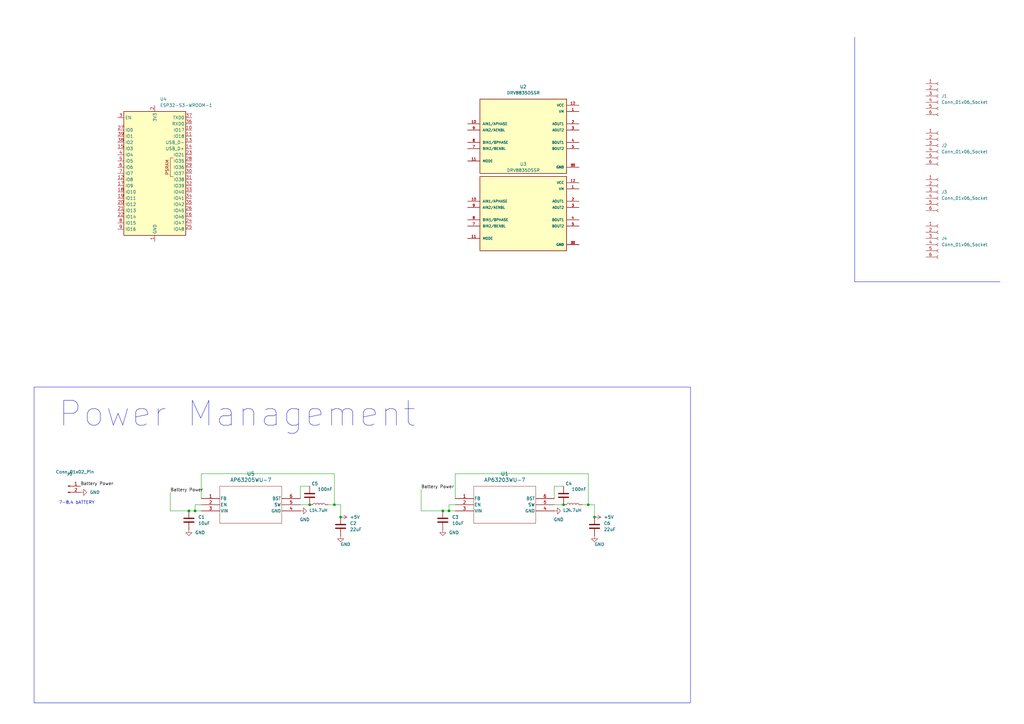
<source format=kicad_sch>
(kicad_sch (version 20250114) (generator "eeschema") (generator_version "9.0")
  (paper "A3")
  (lib_symbols
    (symbol "2025-09-22_21-52-11:AP63205WU-7" (pin_names (offset 0.254))
      (property "Reference" "U" (at 20.32 10.16 0))
      (property "Value" "AP63205WU-7" (at 20.32 7.62 0))
      (symbol "AP63205WU-7_0_1"
        (polyline (pts (xy 7.62 5.08) (xy 7.62 -10.16)) (stroke (width 0.127)))
        (polyline (pts (xy 7.62 -10.16) (xy 33.02 -10.16)) (stroke (width 0.127)))
        (polyline (pts (xy 33.02 5.08) (xy 7.62 5.08)) (stroke (width 0.127)))
        (polyline (pts (xy 33.02 -10.16) (xy 33.02 5.08)) (stroke (width 0.127)))
        (pin unspecified line (at 0 0 0) (length 7.62) (name "FB") (number "1"))
        (pin unspecified line (at 0 -2.54 0) (length 7.62) (name "EN") (number "2"))
        (pin unspecified line (at 0 -5.08 0) (length 7.62) (name "VIN") (number "3"))
        (pin unspecified line (at 40.64 0 180) (length 7.62) (name "BST") (number "6"))
        (pin unspecified line (at 40.64 -2.54 180) (length 7.62) (name "SW") (number "5"))
        (pin power_out line (at 40.64 -5.08 180) (length 7.62) (name "GND") (number "4"))
      )
    )
    (symbol "2025-09-22_22-02-52:AP63203WU-7" (pin_names (offset 0.254))
      (property "Reference" "U" (at 20.32 10.16 0))
      (property "Value" "AP63203WU-7" (at 20.32 7.62 0))
      (symbol "AP63203WU-7_0_1"
        (polyline (pts (xy 7.62 5.08) (xy 7.62 -10.16)) (stroke (width 0.127)))
        (polyline (pts (xy 7.62 -10.16) (xy 33.02 -10.16)) (stroke (width 0.127)))
        (polyline (pts (xy 33.02 5.08) (xy 7.62 5.08)) (stroke (width 0.127)))
        (polyline (pts (xy 33.02 -10.16) (xy 33.02 5.08)) (stroke (width 0.127)))
        (pin output line (at 0 0 0) (length 7.62) (name "FB") (number "1"))
        (pin input line (at 0 -2.54 0) (length 7.62) (name "EN") (number "2"))
        (pin power_in line (at 0 -5.08 0) (length 7.62) (name "VIN") (number "3"))
        (pin input line (at 40.64 0 180) (length 7.62) (name "BST") (number "6"))
        (pin output line (at 40.64 -2.54 180) (length 7.62) (name "SW") (number "5"))
        (pin power_out line (at 40.64 -5.08 180) (length 7.62) (name "GND") (number "4"))
      )
    )
    (symbol "Connector:Conn_01x02_Pin" (pin_names (offset 1.016) (hide yes))
      (property "Reference" "J" (at 0 2.54 0))
      (property "Value" "Conn_01x02_Pin" (at 0 -5.08 0))
      (symbol "Conn_01x02_Pin_1_1"
        (rectangle (start 0.8636 0.127) (end 0 -0.127) (stroke (width 0.1524)) (fill (type outline)))
        (rectangle (start 0.8636 -2.413) (end 0 -2.667) (stroke (width 0.1524)) (fill (type outline)))
        (polyline (pts (xy 1.27 0) (xy 0.8636 0)) (stroke (width 0.1524)))
        (polyline (pts (xy 1.27 -2.54) (xy 0.8636 -2.54)) (stroke (width 0.1524)))
        (pin passive line (at 5.08 0 180) (length 3.81) (name "Pin_1") (number "1"))
        (pin passive line (at 5.08 -2.54 180) (length 3.81) (name "Pin_2") (number "2"))
      )
    )
    (symbol "Connector:Conn_01x06_Socket" (pin_names (offset 1.016) (hide yes))
      (property "Reference" "J" (at 0 7.62 0))
      (property "Value" "Conn_01x06_Socket" (at 0 -10.16 0))
      (symbol "Conn_01x06_Socket_1_1"
        (polyline (pts (xy -1.27 5.08) (xy -0.508 5.08)) (stroke (width 0.1524)))
        (polyline (pts (xy -1.27 2.54) (xy -0.508 2.54)) (stroke (width 0.1524)))
        (polyline (pts (xy -1.27 0) (xy -0.508 0)) (stroke (width 0.1524)))
        (polyline (pts (xy -1.27 -2.54) (xy -0.508 -2.54)) (stroke (width 0.1524)))
        (polyline (pts (xy -1.27 -5.08) (xy -0.508 -5.08)) (stroke (width 0.1524)))
        (polyline (pts (xy -1.27 -7.62) (xy -0.508 -7.62)) (stroke (width 0.1524)))
        (arc (start 0 4.572) (mid -0.5058 5.08) (end 0 5.588) (stroke (width 0.1524)))
        (arc (start 0 2.032) (mid -0.5058 2.54) (end 0 3.048) (stroke (width 0.1524)))
        (arc (start 0 -0.508) (mid -0.5058 0) (end 0 0.508) (stroke (width 0.1524)))
        (arc (start 0 -3.048) (mid -0.5058 -2.54) (end 0 -2.032) (stroke (width 0.1524)))
        (arc (start 0 -5.588) (mid -0.5058 -5.08) (end 0 -4.572) (stroke (width 0.1524)))
        (arc (start 0 -8.128) (mid -0.5058 -7.62) (end 0 -7.112) (stroke (width 0.1524)))
        (pin passive line (at -5.08 5.08 0) (length 3.81) (name "Pin_1") (number "1"))
        (pin passive line (at -5.08 2.54 0) (length 3.81) (name "Pin_2") (number "2"))
        (pin passive line (at -5.08 0 0) (length 3.81) (name "Pin_3") (number "3"))
        (pin passive line (at -5.08 -2.54 0) (length 3.81) (name "Pin_4") (number "4"))
        (pin passive line (at -5.08 -5.08 0) (length 3.81) (name "Pin_5") (number "5"))
        (pin passive line (at -5.08 -7.62 0) (length 3.81) (name "Pin_6") (number "6"))
      )
    )
    (symbol "DRV8835DSSR:DRV8835DSSR" (pin_names (offset 1.016))
      (property "Reference" "U" (at -17.78 15.748 0))
      (property "Value" "DRV8835DSSR" (at -17.78 -17.78 0))
      (symbol "DRV8835DSSR_0_0"
        (rectangle (start -17.78 -15.24) (end 17.78 15.24) (stroke (width 0.254)) (fill (type background)))
        (pin input line (at -22.86 5.08 0) (length 5.08) (name "AIN1/APHASE") (number "10"))
        (pin input line (at -22.86 2.54 0) (length 5.08) (name "AIN2/AENBL") (number "9"))
        (pin input line (at -22.86 -2.54 0) (length 5.08) (name "BIN1/BPHASE") (number "8"))
        (pin input line (at -22.86 -5.08 0) (length 5.08) (name "BIN2/BENBL") (number "7"))
        (pin input line (at -22.86 -10.16 0) (length 5.08) (name "MODE") (number "11"))
        (pin power_in line (at 22.86 12.7 180) (length 5.08) (name "VCC") (number "12"))
        (pin power_in line (at 22.86 10.16 180) (length 5.08) (name "VM") (number "1"))
        (pin output line (at 22.86 5.08 180) (length 5.08) (name "AOUT1") (number "2"))
        (pin output line (at 22.86 2.54 180) (length 5.08) (name "AOUT2") (number "3"))
        (pin output line (at 22.86 -2.54 180) (length 5.08) (name "BOUT1") (number "4"))
        (pin output line (at 22.86 -5.08 180) (length 5.08) (name "BOUT2") (number "5"))
        (pin power_in line (at 22.86 -12.7 180) (length 5.08) (name "GND") (number "13"))
        (pin power_in line (at 22.86 -12.7 180) (length 5.08) (name "GND") (number "6"))
      )
    )
    (symbol "Device:C" (pin_numbers (hide yes)) (pin_names (offset 0.254))
      (property "Reference" "C" (at 0.635 2.54 0))
      (property "Value" "C" (at 0.635 -2.54 0))
      (symbol "C_0_1"
        (polyline (pts (xy -2.032 0.762) (xy 2.032 0.762)) (stroke (width 0.508)))
        (polyline (pts (xy -2.032 -0.762) (xy 2.032 -0.762)) (stroke (width 0.508)))
      )
      (symbol "C_1_1"
        (pin passive line (at 0 3.81 270) (length 2.794) (name "~") (number "1"))
        (pin passive line (at 0 -3.81 90) (length 2.794) (name "~") (number "2"))
      )
    )
    (symbol "Device:L" (pin_numbers (hide yes)) (pin_names (offset 1.016) (hide yes))
      (property "Reference" "L" (at -1.27 0 90))
      (property "Value" "L" (at 1.905 0 90))
      (symbol "L_0_1"
        (arc (start 0 2.54) (mid 0.6323 1.905) (end 0 1.27))
        (arc (start 0 1.27) (mid 0.6323 0.635) (end 0 0))
        (arc (start 0 0) (mid 0.6323 -0.635) (end 0 -1.27))
        (arc (start 0 -1.27) (mid 0.6323 -1.905) (end 0 -2.54))
      )
      (symbol "L_1_1"
        (pin passive line (at 0 3.81 270) (length 1.27) (name "1") (number "1"))
        (pin passive line (at 0 -3.81 90) (length 1.27) (name "2") (number "2"))
      )
    )
    (symbol "RF_Module:ESP32-S3-WROOM-1"
      (property "Reference" "U" (at -12.7 26.67 0))
      (property "Value" "ESP32-S3-WROOM-1" (at 12.7 26.67 0))
      (symbol "ESP32-S3-WROOM-1_0_0"
        (rectangle (start -12.7 25.4) (end 12.7 -25.4) (stroke (width 0.254)) (fill (type background)))
        (text "PSRAM" (at 5.08 2.54 900) (effects (font (size 1.27 1.27))))
      )
      (symbol "ESP32-S3-WROOM-1_0_1"
        (polyline (pts (xy 7.62 -1.27) (xy 6.35 -1.27) (xy 6.35 6.35) (xy 7.62 6.35)))
      )
      (symbol "ESP32-S3-WROOM-1_1_1"
        (pin input line (at -15.24 22.86 0) (length 2.54) (name "EN") (number "3"))
        (pin bidirectional line (at -15.24 17.78 0) (length 2.54) (name "IO0") (number "27"))
        (pin bidirectional line (at -15.24 15.24 0) (length 2.54) (name "IO1") (number "39"))
        (pin bidirectional line (at -15.24 12.7 0) (length 2.54) (name "IO2") (number "38"))
        (pin bidirectional line (at -15.24 10.16 0) (length 2.54) (name "IO3") (number "15"))
        (pin bidirectional line (at -15.24 7.62 0) (length 2.54) (name "IO4") (number "4"))
        (pin bidirectional line (at -15.24 5.08 0) (length 2.54) (name "IO5") (number "5"))
        (pin bidirectional line (at -15.24 2.54 0) (length 2.54) (name "IO6") (number "6"))
        (pin bidirectional line (at -15.24 0 0) (length 2.54) (name "IO7") (number "7"))
        (pin bidirectional line (at -15.24 -2.54 0) (length 2.54) (name "IO8") (number "12"))
        (pin bidirectional line (at -15.24 -5.08 0) (length 2.54) (name "IO9") (number "17"))
        (pin bidirectional line (at -15.24 -7.62 0) (length 2.54) (name "IO10") (number "18"))
        (pin bidirectional line (at -15.24 -10.16 0) (length 2.54) (name "IO11") (number "19"))
        (pin bidirectional line (at -15.24 -12.7 0) (length 2.54) (name "IO12") (number "20"))
        (pin bidirectional line (at -15.24 -15.24 0) (length 2.54) (name "IO13") (number "21"))
        (pin bidirectional line (at -15.24 -17.78 0) (length 2.54) (name "IO14") (number "22"))
        (pin bidirectional line (at -15.24 -20.32 0) (length 2.54) (name "IO15") (number "8"))
        (pin bidirectional line (at -15.24 -22.86 0) (length 2.54) (name "IO16") (number "9"))
        (pin power_in line (at 0 27.94 270) (length 2.54) (name "3V3") (number "2"))
        (pin power_in line (at 0 -27.94 90) (length 2.54) (name "GND") (number "1"))
        (pin passive line (at 0 -27.94 90) (length 2.54) (hide yes) (name "GND") (number "40"))
        (pin passive line (at 0 -27.94 90) (length 2.54) (hide yes) (name "GND") (number "41"))
        (pin bidirectional line (at 15.24 22.86 180) (length 2.54) (name "TXD0") (number "37"))
        (pin bidirectional line (at 15.24 20.32 180) (length 2.54) (name "RXD0") (number "36"))
        (pin bidirectional line (at 15.24 17.78 180) (length 2.54) (name "IO17") (number "10"))
        (pin bidirectional line (at 15.24 15.24 180) (length 2.54) (name "IO18") (number "11"))
        (pin bidirectional line (at 15.24 12.7 180) (length 2.54) (name "USB_D-") (number "13"))
        (pin bidirectional line (at 15.24 10.16 180) (length 2.54) (name "USB_D+") (number "14"))
        (pin bidirectional line (at 15.24 7.62 180) (length 2.54) (name "IO21") (number "23"))
        (pin bidirectional line (at 15.24 5.08 180) (length 2.54) (name "IO35") (number "28"))
        (pin bidirectional line (at 15.24 2.54 180) (length 2.54) (name "IO36") (number "29"))
        (pin bidirectional line (at 15.24 0 180) (length 2.54) (name "IO37") (number "30"))
        (pin bidirectional line (at 15.24 -2.54 180) (length 2.54) (name "IO38") (number "31"))
        (pin bidirectional line (at 15.24 -5.08 180) (length 2.54) (name "IO39") (number "32"))
        (pin bidirectional line (at 15.24 -7.62 180) (length 2.54) (name "IO40") (number "33"))
        (pin bidirectional line (at 15.24 -10.16 180) (length 2.54) (name "IO41") (number "34"))
        (pin bidirectional line (at 15.24 -12.7 180) (length 2.54) (name "IO42") (number "35"))
        (pin bidirectional line (at 15.24 -15.24 180) (length 2.54) (name "IO45") (number "26"))
        (pin bidirectional line (at 15.24 -17.78 180) (length 2.54) (name "IO46") (number "16"))
        (pin bidirectional line (at 15.24 -20.32 180) (length 2.54) (name "IO47") (number "24"))
        (pin bidirectional line (at 15.24 -22.86 180) (length 2.54) (name "IO48") (number "25"))
      )
    )
    (symbol "power:+3.3V" (power) (pin_numbers (hide yes)) (pin_names (offset 0) (hide yes))
      (property "Value" "+3.3V" (at 0 3.556 0))
      (symbol "+3.3V_0_1"
        (polyline (pts (xy -0.762 1.27) (xy 0 2.54)))
        (polyline (pts (xy 0 2.54) (xy 0.762 1.27)))
        (polyline (pts (xy 0 0) (xy 0 2.54)))
      )
      (symbol "+3.3V_1_1"
        (pin power_in line (at 0 0 90) (length 0) (name "~") (number "1"))
      )
    )
    (symbol "power:GND" (power) (pin_numbers (hide yes)) (pin_names (offset 0) (hide yes))
      (property "Value" "GND" (at 0 -3.81 0))
      (symbol "GND_0_1"
        (polyline (pts (xy 0 0) (xy 0 -1.27) (xy 1.27 -1.27) (xy 0 -2.54) (xy -1.27 -1.27) (xy 0 -1.27)))
      )
      (symbol "GND_1_1"
        (pin power_in line (at 0 0 270) (length 0) (name "~") (number "1"))
      )
    )
  )
  (rectangle (start 13.97 158.75) (end 283.21 288.29))
  (text "7-8.4 bATTERY" (at 31.496 206.248 0) (effects (font (size 1.27 1.27))))
  (text "Power Management\n" (at 97.282 169.926 0) (effects (font (size 10.16 10.16))))
  (junction (at 137.16 207.01))
  (junction (at 241.3 207.01))
  (junction (at 80.01 209.55))
  (junction (at 181.61 209.55))
  (junction (at 139.7 212.09))
  (junction (at 231.14 207.01))
  (junction (at 184.15 209.55))
  (junction (at 77.47 209.55))
  (junction (at 243.84 212.09))
  (junction (at 127 207.01))
  (wire (pts (xy 243.84 212.09) (xy 243.84 207.01)))
  (wire (pts (xy 139.7 207.01) (xy 137.16 207.01)))
  (wire (pts (xy 77.47 209.55) (xy 80.01 209.55)))
  (wire (pts (xy 123.19 199.39) (xy 127 199.39)))
  (wire (pts (xy 227.33 204.47) (xy 227.33 199.39)))
  (wire (pts (xy 243.84 207.01) (xy 241.3 207.01)))
  (wire (pts (xy 227.33 199.39) (xy 231.14 199.39)))
  (polyline (pts (xy 350.52 115.57) (xy 410.21 115.57)))
  (wire (pts (xy 69.85 201.93) (xy 69.85 209.55)))
  (wire (pts (xy 172.72 200.66) (xy 172.72 209.55)))
  (wire (pts (xy 181.61 209.55) (xy 184.15 209.55)))
  (wire (pts (xy 80.01 209.55) (xy 82.55 209.55)))
  (wire (pts (xy 80.01 207.01) (xy 80.01 209.55)))
  (wire (pts (xy 137.16 207.01) (xy 134.62 207.01)))
  (wire (pts (xy 184.15 209.55) (xy 186.69 209.55)))
  (wire (pts (xy 186.69 207.01) (xy 184.15 207.01)))
  (wire (pts (xy 231.14 207.01) (xy 227.33 207.01)))
  (wire (pts (xy 69.85 209.55) (xy 77.47 209.55)))
  (wire (pts (xy 184.15 207.01) (xy 184.15 209.55)))
  (wire (pts (xy 123.19 204.47) (xy 123.19 199.39)))
  (wire (pts (xy 186.69 204.47) (xy 186.69 194.31)))
  (wire (pts (xy 139.7 212.09) (xy 139.7 207.01)))
  (wire (pts (xy 186.69 194.31) (xy 241.3 194.31)))
  (wire (pts (xy 82.55 194.31) (xy 137.16 194.31)))
  (wire (pts (xy 127 207.01) (xy 123.19 207.01)))
  (wire (pts (xy 137.16 194.31) (xy 137.16 207.01)))
  (wire (pts (xy 82.55 207.01) (xy 80.01 207.01)))
  (wire (pts (xy 82.55 204.47) (xy 82.55 194.31)))
  (polyline (pts (xy 350.52 15.24) (xy 350.52 115.57)))
  (wire (pts (xy 241.3 194.31) (xy 241.3 207.01)))
  (wire (pts (xy 241.3 207.01) (xy 238.76 207.01)))
  (wire (pts (xy 172.72 209.55) (xy 181.61 209.55)))
  (label "Battery Power" (at 69.85 201.93 0))
  (label "" (at 33.02 199.39 0))
  (label "Battery Power" (at 33.02 199.39 0))
  (label "Battery Power" (at 172.72 200.66 0))
  (symbol (lib_id "Device:C") (at 231.14 203.2 180) (unit 1)
    (property "Reference" "C4" (at 231.902 198.374 0) (effects (justify right)))
    (property "Value" "100nF" (at 234.442 200.66 0) (effects (justify right)))
    (property "Description" "Unpolarized capacitor" (effects (hide yes)))
  )
  (symbol (lib_id "Device:C") (at 243.84 215.9 0) (unit 1)
    (property "Reference" "C6" (at 247.65 214.6299 0) (effects (justify left)))
    (property "Value" "22uF" (at 247.65 217.1699 0) (effects (justify left)))
    (property "Description" "Unpolarized capacitor" (effects (hide yes)))
  )
  (symbol (lib_id "RF_Module:ESP32-S3-WROOM-1") (at 63.5 71.12 0) (unit 1)
    (property "Reference" "U4" (at 65.6433 40.64 0) (effects (justify left)))
    (property "Value" "ESP32-S3-WROOM-1" (at 65.6433 43.18 0) (effects (justify left)))
    (property "Footprint" "RF_Module:ESP32-S3-WROOM-1" (effects (hide yes)))
    (property "Datasheet" "https://www.espressif.com/sites/default/files/documentation/esp32-s3-wroom-1_wroom-1u_datasheet_en.pdf" (effects (hide yes)))
    (property "Description" "RF Module, ESP32-S3 SoC, Wi-Fi 802.11b/g/n, Bluetooth, BLE, 32-bit, 3.3V, onboard antenna, SMD" (effects (hide yes)))
  )
  (symbol (lib_id "Device:L") (at 234.95 207.01 90) (unit 1)
    (property "Reference" "L2" (at 232.156 209.296 90))
    (property "Value" "4.7uH" (at 235.712 209.296 90))
    (property "Description" "Inductor" (effects (hide yes)))
  )
  (symbol (lib_id "Connector:Conn_01x06_Socket") (at 384.81 39.37 0) (unit 1)
    (property "Reference" "J1" (at 386.08 39.3699 0) (effects (justify left)))
    (property "Value" "Conn_01x06_Socket" (at 386.08 41.9099 0) (effects (justify left)))
    (property "Description" "Generic connector, single row, 01x06, script generated" (effects (hide yes)))
  )
  (symbol (lib_id "Connector:Conn_01x02_Pin") (at 27.94 199.39 0) (unit 1)
    (property "Reference" "J5" (at 28.575 194.31 0))
    (property "Value" "Conn_01x02_Pin" (at 30.734 193.548 0))
    (property "Description" "Generic connector, single row, 01x02, script generated" (effects (hide yes)))
  )
  (symbol (lib_id "power:GND") (at 33.02 201.93 90) (unit 1)
    (property "Reference" "#PWR05" (effects (hide yes)))
    (property "Value" "GND" (at 36.83 201.9299 90) (effects (justify right)))
    (property "Description" "Power symbol creates a global label with name \"GND\" , ground" (effects (hide yes)))
  )
  (symbol (lib_id "power:GND") (at 243.84 219.71 0) (unit 1)
    (property "Reference" "#PWR09" (effects (hide yes)))
    (property "Value" "GND" (at 247.904 223.266 0) (effects (justify right)))
    (property "Description" "Power symbol creates a global label with name \"GND\" , ground" (effects (hide yes)))
  )
  (symbol (lib_id "power:+3.3V") (at 243.84 212.09 270) (unit 1)
    (property "Reference" "#PWR08" (effects (hide yes)))
    (property "Value" "+5V" (at 247.65 212.0899 90) (effects (justify left)))
    (property "Description" "Power symbol creates a global label with name \"+3.3V\"" (effects (hide yes)))
  )
  (symbol (lib_id "power:GND") (at 139.7 219.71 0) (unit 1)
    (property "Reference" "#PWR03" (effects (hide yes)))
    (property "Value" "GND" (at 143.764 223.266 0) (effects (justify right)))
    (property "Description" "Power symbol creates a global label with name \"GND\" , ground" (effects (hide yes)))
  )
  (symbol (lib_id "Device:L") (at 130.81 207.01 90) (unit 1)
    (property "Reference" "L1" (at 128.016 209.296 90))
    (property "Value" "4.7uH" (at 131.572 209.296 90))
    (property "Description" "Inductor" (effects (hide yes)))
  )
  (symbol (lib_id "2025-09-22_22-02-52:AP63203WU-7") (at 186.69 204.47 0) (unit 1)
    (property "Reference" "U1" (at 207.01 194.31 0) (effects (font (size 1.524 1.524))))
    (property "Value" "AP63203WU-7" (at 207.01 196.85 0) (effects (font (size 1.524 1.524))))
    (property "Footprint" "AP63203WU-7_DIO" (effects (hide yes)))
    (property "Datasheet" "AP63203WU-7" (effects (hide yes)))
  )
  (symbol (lib_id "Connector:Conn_01x06_Socket") (at 384.81 78.74 0) (unit 1)
    (property "Reference" "J3" (at 386.08 78.7399 0) (effects (justify left)))
    (property "Value" "Conn_01x06_Socket" (at 386.08 81.2799 0) (effects (justify left)))
    (property "Description" "Generic connector, single row, 01x06, script generated" (effects (hide yes)))
  )
  (symbol (lib_id "Device:C") (at 139.7 215.9 0) (unit 1)
    (property "Reference" "C2" (at 143.51 214.6299 0) (effects (justify left)))
    (property "Value" "22uF" (at 143.51 217.1699 0) (effects (justify left)))
    (property "Description" "Unpolarized capacitor" (effects (hide yes)))
  )
  (symbol (lib_id "power:GND") (at 123.19 209.55 90) (unit 1)
    (property "Reference" "#PWR02" (effects (hide yes)))
    (property "Value" "GND" (at 122.936 213.106 90) (effects (justify right)))
    (property "Description" "Power symbol creates a global label with name \"GND\" , ground" (effects (hide yes)))
  )
  (symbol (lib_id "power:GND") (at 77.47 217.17 0) (unit 1)
    (property "Reference" "#PWR01" (effects (hide yes)))
    (property "Value" "GND" (at 80.01 218.4399 0) (effects (justify left)))
    (property "Description" "Power symbol creates a global label with name \"GND\" , ground" (effects (hide yes)))
  )
  (symbol (lib_id "power:GND") (at 181.61 217.17 0) (unit 1)
    (property "Reference" "#PWR06" (effects (hide yes)))
    (property "Value" "GND" (at 184.15 218.4399 0) (effects (justify left)))
    (property "Description" "Power symbol creates a global label with name \"GND\" , ground" (effects (hide yes)))
  )
  (symbol (lib_id "Connector:Conn_01x06_Socket") (at 384.81 59.69 0) (unit 1)
    (property "Reference" "J2" (at 386.08 59.6899 0) (effects (justify left)))
    (property "Value" "Conn_01x06_Socket" (at 386.08 62.2299 0) (effects (justify left)))
    (property "Description" "Generic connector, single row, 01x06, script generated" (effects (hide yes)))
  )
  (symbol (lib_id "Device:C") (at 127 203.2 180) (unit 1)
    (property "Reference" "C5" (at 127.762 198.374 0) (effects (justify right)))
    (property "Value" "100nF" (at 130.302 200.66 0) (effects (justify right)))
    (property "Description" "Unpolarized capacitor" (effects (hide yes)))
  )
  (symbol (lib_id "Device:C") (at 77.47 213.36 180) (unit 1)
    (property "Reference" "C1" (at 81.28 212.0899 0) (effects (justify right)))
    (property "Value" "10uF" (at 81.28 214.6299 0) (effects (justify right)))
    (property "Description" "Unpolarized capacitor" (effects (hide yes)))
  )
  (symbol (lib_id "Device:C") (at 181.61 213.36 180) (unit 1)
    (property "Reference" "C3" (at 185.42 212.0899 0) (effects (justify right)))
    (property "Value" "10uF" (at 185.42 214.6299 0) (effects (justify right)))
    (property "Description" "Unpolarized capacitor" (effects (hide yes)))
  )
  (symbol (lib_id "DRV8835DSSR:DRV8835DSSR") (at 214.63 55.88 0) (unit 1)
    (property "Reference" "U2" (at 214.63 35.56 0))
    (property "Value" "DRV8835DSSR" (at 214.63 38.1 0))
    (property "Footprint" "DRV8835DSSR:SON50P300X200X80-13N" (effects (hide yes)))
    (property "MF" "Texas Instruments" (effects (hide yes)))
    (property "SNAPEDA_PACKAGE_ID" "103240" (effects (hide yes)))
    (property "Package" "WSON-12 Texas Instruments" (effects (hide yes)))
    (property "Price" "None" (effects (hide yes)))
    (property "Check_prices" "https://www.snapeda.com/parts/DRV8835DSSR/Texas+Instruments/view-part/?ref=eda" (effects (hide yes)))
    (property "STANDARD" "Manufacturer Recommendations" (effects (hide yes)))
    (property "PARTREV" "H" (effects (hide yes)))
    (property "SnapEDA_Link" "https://www.snapeda.com/parts/DRV8835DSSR/Texas+Instruments/view-part/?ref=snap" (effects (hide yes)))
    (property "MP" "DRV8835DSSR" (effects (hide yes)))
    (property "Description_1" "12-V, 1.5-A dual H-bridge motor driver" (effects (hide yes)))
    (property "MANUFACTURER" "Texas Instruments" (effects (hide yes)))
    (property "Availability" "In Stock" (effects (hide yes)))
    (property "MAXIMUM_PACKAGE_HEIGHT" "0.8 mm" (effects (hide yes)))
  )
  (symbol (lib_id "DRV8835DSSR:DRV8835DSSR") (at 214.63 87.63 0) (unit 1)
    (property "Reference" "U3" (at 214.63 67.31 0))
    (property "Value" "DRV8835DSSR" (at 214.63 69.85 0))
    (property "Footprint" "DRV8835DSSR:SON50P300X200X80-13N" (effects (hide yes)))
    (property "MF" "Texas Instruments" (effects (hide yes)))
    (property "SNAPEDA_PACKAGE_ID" "103240" (effects (hide yes)))
    (property "Package" "WSON-12 Texas Instruments" (effects (hide yes)))
    (property "Price" "None" (effects (hide yes)))
    (property "Check_prices" "https://www.snapeda.com/parts/DRV8835DSSR/Texas+Instruments/view-part/?ref=eda" (effects (hide yes)))
    (property "STANDARD" "Manufacturer Recommendations" (effects (hide yes)))
    (property "PARTREV" "H" (effects (hide yes)))
    (property "SnapEDA_Link" "https://www.snapeda.com/parts/DRV8835DSSR/Texas+Instruments/view-part/?ref=snap" (effects (hide yes)))
    (property "MP" "DRV8835DSSR" (effects (hide yes)))
    (property "Description_1" "12-V, 1.5-A dual H-bridge motor driver" (effects (hide yes)))
    (property "MANUFACTURER" "Texas Instruments" (effects (hide yes)))
    (property "Availability" "In Stock" (effects (hide yes)))
    (property "MAXIMUM_PACKAGE_HEIGHT" "0.8 mm" (effects (hide yes)))
  )
  (symbol (lib_id "2025-09-22_21-52-11:AP63205WU-7") (at 82.55 204.47 0) (unit 1)
    (property "Reference" "U5" (at 102.87 194.31 0) (effects (font (size 1.524 1.524))))
    (property "Value" "AP63205WU-7" (at 102.87 196.85 0) (effects (font (size 1.524 1.524))))
    (property "Footprint" "SOIC_05WU-7_DIO" (effects (hide yes)))
    (property "Datasheet" "AP63205WU-7" (effects (hide yes)))
  )
  (symbol (lib_id "power:+3.3V") (at 139.7 212.09 270) (unit 1)
    (property "Reference" "#PWR04" (effects (hide yes)))
    (property "Value" "+5V" (at 143.51 212.0899 90) (effects (justify left)))
    (property "Description" "Power symbol creates a global label with name \"+3.3V\"" (effects (hide yes)))
  )
  (symbol (lib_id "Connector:Conn_01x06_Socket") (at 384.81 97.79 0) (unit 1)
    (property "Reference" "J4" (at 386.08 97.7899 0) (effects (justify left)))
    (property "Value" "Conn_01x06_Socket" (at 386.08 100.3299 0) (effects (justify left)))
    (property "Description" "Generic connector, single row, 01x06, script generated" (effects (hide yes)))
  )
  (symbol (lib_id "power:GND") (at 227.33 209.55 90) (unit 1)
    (property "Reference" "#PWR07" (effects (hide yes)))
    (property "Value" "GND" (at 227.076 213.106 90) (effects (justify right)))
    (property "Description" "Power symbol creates a global label with name \"GND\" , ground" (effects (hide yes)))
  )
)
</source>
